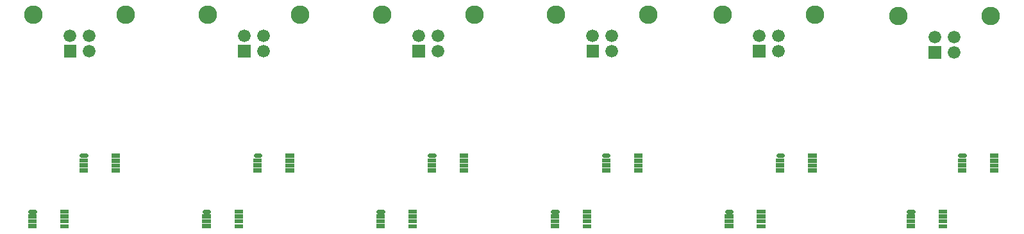
<source format=gbr>
G04 start of page 12 for group -4063 idx -4063 *
G04 Title: (unknown), componentmask *
G04 Creator: pcb 20140316 *
G04 CreationDate: пн, 30-тра-2016 12:43:38 +0000 UTC *
G04 For: root *
G04 Format: Gerber/RS-274X *
G04 PCB-Dimensions (mm): 170.00 40.05 *
G04 PCB-Coordinate-Origin: lower left *
%MOMM*%
%FSLAX43Y43*%
%LNTOPMASK*%
%ADD50R,0.559X0.559*%
%ADD49C,0.559*%
%ADD48C,1.676*%
%ADD47C,0.002*%
%ADD46C,2.438*%
G54D46*X69174Y38874D03*
G54D47*G36*
X73162Y34886D02*Y33210D01*
X74838D01*
Y34886D01*
X73162D01*
G37*
G54D48*X76540Y34048D03*
Y36080D03*
X74000D03*
G54D46*X81366Y38874D03*
G54D47*G36*
X27162Y34886D02*Y33210D01*
X28838D01*
Y34886D01*
X27162D01*
G37*
G54D48*X30540Y34048D03*
Y36080D03*
X28000D03*
G54D46*X35366Y38874D03*
X46174D03*
G54D47*G36*
X50162Y34886D02*Y33210D01*
X51838D01*
Y34886D01*
X50162D01*
G37*
G54D48*X53540Y34048D03*
Y36080D03*
X51000D03*
G54D46*X58366Y38874D03*
X23174D03*
G54D47*G36*
X118162Y34886D02*Y33210D01*
X119838D01*
Y34886D01*
X118162D01*
G37*
G36*
Y33210D01*
X119838D01*
Y34886D01*
X118162D01*
G37*
G54D48*X121540Y34048D03*
D03*
Y36080D03*
G54D46*X126366Y38874D03*
G54D48*X121540Y36080D03*
G54D46*X126366Y38874D03*
G54D48*X119000Y36080D03*
G54D46*X114174Y38874D03*
G54D48*X119000Y36080D03*
G54D46*X114174Y38874D03*
G54D47*G36*
X141336Y34712D02*Y33036D01*
X143012D01*
Y34712D01*
X141336D01*
G37*
G54D48*X142174Y35906D03*
G54D46*X137348Y38700D03*
G54D48*X144714Y33874D03*
Y35906D03*
G54D46*X149540Y38700D03*
G54D47*G36*
X96162Y34886D02*Y33210D01*
X97838D01*
Y34886D01*
X96162D01*
G37*
G36*
Y33210D01*
X97838D01*
Y34886D01*
X96162D01*
G37*
G54D46*X92174Y38874D03*
D03*
X104366D03*
D03*
G54D48*X99540Y34048D03*
D03*
Y36080D03*
D03*
X97000D03*
D03*
G54D49*X98479Y20234D02*X99038D01*
G54D50*X98479Y19573D02*X99038D01*
X98479Y18938D02*X99038D01*
X98479Y18278D02*X99038D01*
X102721Y18253D02*X103279D01*
X102721Y18913D02*X103279D01*
X102721Y19548D02*X103279D01*
X102721Y20208D02*X103279D01*
G54D49*X91721Y12843D02*X92279D01*
G54D50*X91721Y12183D02*X92279D01*
X91721Y11548D02*X92279D01*
X91721Y10888D02*X92279D01*
X95962Y10862D02*X96521D01*
X95962Y11523D02*X96521D01*
X95962Y12158D02*X96521D01*
X95962Y12818D02*X96521D01*
X149721Y18253D02*X150279D01*
X149721Y18913D02*X150279D01*
X149721Y19548D02*X150279D01*
G54D49*X145479Y20234D02*X146038D01*
G54D50*X145479Y19573D02*X146038D01*
X145479Y18938D02*X146038D01*
X145479Y18278D02*X146038D01*
X149721Y20208D02*X150279D01*
G54D49*X138721Y12843D02*X139279D01*
G54D50*X138721Y12183D02*X139279D01*
X138721Y11548D02*X139279D01*
X138721Y10888D02*X139279D01*
X142962Y10862D02*X143521D01*
X142962Y11523D02*X143521D01*
X142962Y12158D02*X143521D01*
X142962Y12818D02*X143521D01*
G54D49*X121479Y20234D02*X122038D01*
G54D50*X121479Y19573D02*X122038D01*
X121479Y18938D02*X122038D01*
X121479Y18278D02*X122038D01*
X125721Y18253D02*X126279D01*
X125721Y18913D02*X126279D01*
X125721Y19548D02*X126279D01*
X125721Y20208D02*X126279D01*
G54D49*X114721Y12843D02*X115279D01*
G54D50*X114721Y12183D02*X115279D01*
X114721Y11548D02*X115279D01*
X114721Y10888D02*X115279D01*
X118962Y10862D02*X119521D01*
X118962Y11523D02*X119521D01*
X118962Y12158D02*X119521D01*
X118962Y12818D02*X119521D01*
G54D49*X52479Y20234D02*X53038D01*
G54D50*X52479Y19573D02*X53038D01*
X52479Y18938D02*X53038D01*
X52479Y18278D02*X53038D01*
X56721Y18253D02*X57279D01*
X56721Y18913D02*X57279D01*
X56721Y19548D02*X57279D01*
X56721Y20208D02*X57279D01*
G54D49*X45721Y12843D02*X46279D01*
G54D50*X45721Y12183D02*X46279D01*
X45721Y11548D02*X46279D01*
X45721Y10888D02*X46279D01*
X49962Y10862D02*X50521D01*
X49962Y11523D02*X50521D01*
X49962Y12158D02*X50521D01*
X49962Y12818D02*X50521D01*
G54D49*X29479Y20234D02*X30038D01*
G54D50*X29479Y19573D02*X30038D01*
X29479Y18938D02*X30038D01*
X29479Y18278D02*X30038D01*
X33721Y18253D02*X34279D01*
X33721Y18913D02*X34279D01*
X33721Y19548D02*X34279D01*
X33721Y20208D02*X34279D01*
G54D49*X22721Y12843D02*X23279D01*
G54D50*X22721Y12183D02*X23279D01*
X22721Y11548D02*X23279D01*
X22721Y10888D02*X23279D01*
X26962Y10862D02*X27521D01*
X26962Y11523D02*X27521D01*
X26962Y12158D02*X27521D01*
X26962Y12818D02*X27521D01*
G54D49*X75479Y20234D02*X76038D01*
G54D50*X75479Y19573D02*X76038D01*
X75479Y18938D02*X76038D01*
X75479Y18278D02*X76038D01*
X79721Y18253D02*X80279D01*
X79721Y18913D02*X80279D01*
X79721Y19548D02*X80279D01*
X79721Y20208D02*X80279D01*
G54D49*X68721Y12843D02*X69279D01*
G54D50*X68721Y12183D02*X69279D01*
X68721Y11548D02*X69279D01*
X68721Y10888D02*X69279D01*
X72962Y10862D02*X73521D01*
X72962Y11523D02*X73521D01*
X72962Y12158D02*X73521D01*
X72962Y12818D02*X73521D01*
M02*

</source>
